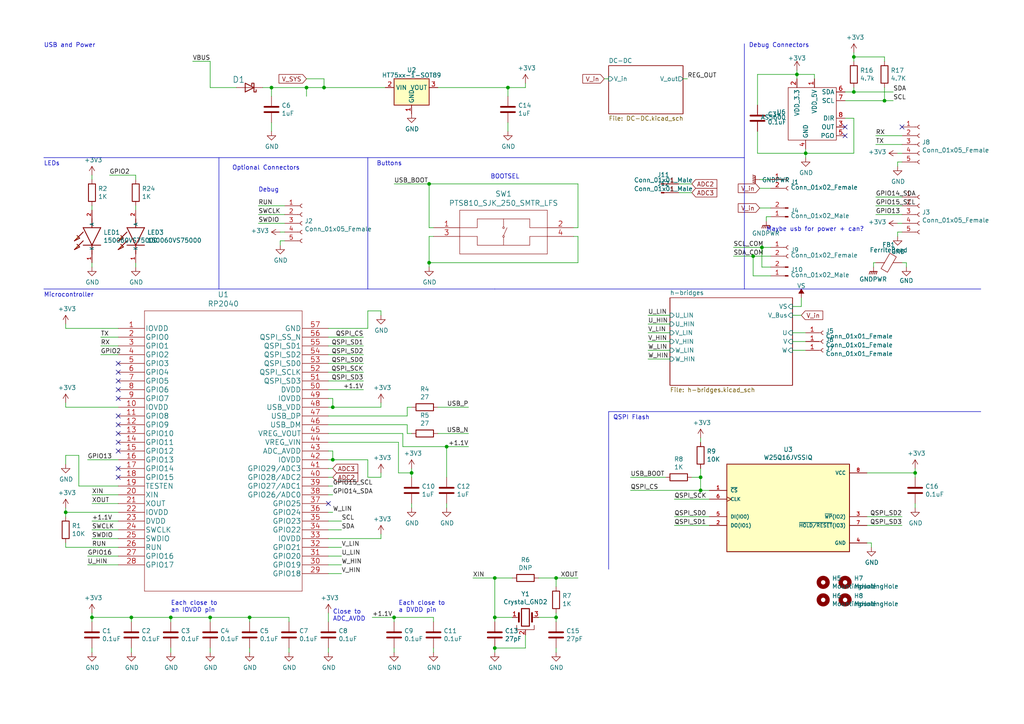
<source format=kicad_sch>
(kicad_sch (version 20220104) (generator eeschema)
  (paper "A4")
  (title_block (title "Raspberry Pi Pico Debugger Shoe") (date "2021-05-12") (rev "v02") (comment 2 "https://creativecommons.org/licenses/by/4.0/") (comment 3 "License: CC BY 4.0") (comment 4 "Author: Shawn Hymel"))
  (junction (at 72.39 179.07))
  (junction (at 231.14 21.59))
  (junction (at 147.32 25.4))
  (junction (at 78.74 25.4))
  (junction (at 203.2 138.43))
  (junction (at 19.05 148.59))
  (junction (at 96.52 133.35))
  (junction (at 161.29 179.07))
  (junction (at 256.54 29.21))
  (junction (at 129.54 129.54))
  (junction (at 96.52 118.11))
  (junction (at 161.29 167.64))
  (junction (at 26.67 179.07))
  (junction (at 57.15 -46.99))
  (junction (at 203.2 142.24))
  (junction (at 31.75 -15.24))
  (junction (at 119.38 137.16))
  (junction (at 143.51 167.64))
  (junction (at 49.53 -41.91))
  (junction (at 114.3 179.07))
  (junction (at 88.9 25.4))
  (junction (at 218.44 74.295))
  (junction (at 265.43 137.16))
  (junction (at 143.51 187.96))
  (junction (at 220.98 71.755))
  (junction (at 247.65 26.67))
  (junction (at 233.68 44.45))
  (junction (at 124.46 53.34))
  (junction (at 60.96 179.07))
  (junction (at 38.1 179.07))
  (junction (at 49.53 -36.83))
  (junction (at 124.46 76.2))
  (junction (at 143.51 179.07))
  (junction (at 49.53 179.07))
  (junction (at 247.65 16.51))
  (junction (at 93.98 25.4))
  (no_connect (at 34.29 138.43))
  (no_connect (at 34.29 135.89))
  (no_connect (at 34.29 130.81))
  (no_connect (at 34.29 113.03))
  (no_connect (at 34.29 128.27))
  (no_connect (at 34.29 125.73))
  (no_connect (at 34.29 123.19))
  (no_connect (at 34.29 120.65))
  (no_connect (at 34.29 115.57))
  (no_connect (at 34.29 107.95))
  (no_connect (at 34.29 110.49))
  (no_connect (at 95.25 146.05))
  (no_connect (at 46.99 -24.13))
  (no_connect (at 46.99 -26.67))
  (no_connect (at 34.29 105.41))
  (no_connect (at 245.11 36.83))
  (no_connect (at 245.11 39.37))
  (no_connect (at 261.62 36.83))
  (wire (pts (xy 236.22 21.59) (xy 236.22 22.86)))
  (wire (pts (xy 96.52 115.57) (xy 96.52 118.11)))
  (wire (pts (xy 110.49 156.21) (xy 110.49 154.94)))
  (wire (pts (xy 167.64 76.2) (xy 167.64 68.58)))
  (wire (pts (xy 72.39 179.07) (xy 60.96 179.07)))
  (wire (pts (xy 247.65 26.67) (xy 247.65 25.4)))
  (wire (pts (xy 129.54 129.54) (xy 135.89 129.54)))
  (wire (pts (xy 93.98 25.4) (xy 111.76 25.4)))
  (wire (pts (xy 229.87 96.52) (xy 233.68 96.52)))
  (wire (pts (xy 247.65 16.51) (xy 256.54 16.51)))
  (wire (pts (xy 29.21 100.33) (xy 34.29 100.33)))
  (wire (pts (xy 247.65 26.67) (xy 259.08 26.67)))
  (wire (pts (xy 247.65 15.24) (xy 247.65 16.51)))
  (wire (pts (xy 74.93 59.69) (xy 82.55 59.69)))
  (wire (pts (xy 88.9 25.4) (xy 93.98 25.4)))
  (wire (pts (xy 106.68 90.17) (xy 110.49 90.17)))
  (wire (pts (xy 49.53 -36.83) (xy 52.07 -36.83)))
  (polyline (pts (xy 215.9 12.7) (xy 215.9 83.82)))
  (wire (pts (xy 95.25 158.75) (xy 99.06 158.75)))
  (wire (pts (xy 114.3 180.34) (xy 114.3 179.07)))
  (wire (pts (xy 26.67 59.69) (xy 26.67 60.96)))
  (wire (pts (xy 60.96 187.96) (xy 60.96 189.23)))
  (wire (pts (xy 161.29 179.07) (xy 161.29 180.34)))
  (wire (pts (xy 219.71 44.45) (xy 233.68 44.45)))
  (wire (pts (xy 195.58 144.78) (xy 205.74 144.78)))
  (wire (pts (xy 96.52 130.81) (xy 96.52 133.35)))
  (wire (pts (xy 95.25 187.96) (xy 95.25 189.23)))
  (wire (pts (xy 187.96 91.44) (xy 194.31 91.44)))
  (wire (pts (xy 260.35 44.45) (xy 261.62 44.45)))
  (wire (pts (xy 247.65 44.45) (xy 247.65 34.29)))
  (wire (pts (xy 251.46 152.4) (xy 261.62 152.4)))
  (polyline (pts (xy 143.51 83.82) (xy 284.48 83.82)))
  (wire (pts (xy 81.28 67.31) (xy 82.55 67.31)))
  (wire (pts (xy 57.15 -49.53) (xy 55.88 -49.53)))
  (wire (pts (xy 26.67 76.2) (xy 26.67 77.47)))
  (polyline (pts (xy 12.7 45.72) (xy 215.9 45.72)))
  (wire (pts (xy 127 118.11) (xy 135.89 118.11)))
  (wire (pts (xy 46.99 -49.53) (xy 48.26 -49.53)))
  (wire (pts (xy 95.25 128.27) (xy 115.57 128.27)))
  (wire (pts (xy 95.25 105.41) (xy 105.41 105.41)))
  (wire (pts (xy 88.9 25.4) (xy 88.9 27.94)))
  (polyline (pts (xy 176.53 119.38) (xy 284.48 119.38)))
  (wire (pts (xy 39.37 76.2) (xy 39.37 77.47)))
  (wire (pts (xy 49.53 -34.29) (xy 49.53 -36.83)))
  (wire (pts (xy 265.43 146.05) (xy 265.43 147.32)))
  (wire (pts (xy 124.46 53.34) (xy 124.46 66.04)))
  (wire (pts (xy 143.51 187.96) (xy 143.51 189.23)))
  (wire (pts (xy 106.68 95.25) (xy 106.68 90.17)))
  (wire (pts (xy 147.32 25.4) (xy 147.32 27.94)))
  (wire (pts (xy 125.73 68.58) (xy 124.46 68.58)))
  (wire (pts (xy 222.25 62.865) (xy 223.52 62.865)))
  (wire (pts (xy 95.25 130.81) (xy 96.52 130.81)))
  (wire (pts (xy 198.12 22.86) (xy 199.39 22.86)))
  (wire (pts (xy 34.29 153.67) (xy 26.67 153.67)))
  (wire (pts (xy 218.44 74.295) (xy 223.52 74.295)))
  (wire (pts (xy 46.99 -39.37) (xy 49.53 -39.37)))
  (wire (pts (xy 125.73 180.34) (xy 125.73 179.07)))
  (wire (pts (xy 57.15 -46.99) (xy 57.15 -49.53)))
  (wire (pts (xy 161.29 167.64) (xy 161.29 170.18)))
  (wire (pts (xy 245.11 26.67) (xy 247.65 26.67)))
  (wire (pts (xy 19.05 132.08) (xy 19.05 134.62)))
  (wire (pts (xy 262.89 76.2) (xy 261.62 76.2)))
  (wire (pts (xy 95.25 153.67) (xy 99.06 153.67)))
  (wire (pts (xy 233.68 44.45) (xy 233.68 45.72)))
  (wire (pts (xy 96.52 133.35) (xy 106.68 133.35)))
  (wire (pts (xy 31.75 -15.24) (xy 31.75 -13.97)))
  (wire (pts (xy 254 59.69) (xy 261.62 59.69)))
  (wire (pts (xy 212.725 74.295) (xy 218.44 74.295)))
  (wire (pts (xy 260.35 64.77) (xy 261.62 64.77)))
  (wire (pts (xy 95.25 113.03) (xy 105.41 113.03)))
  (wire (pts (xy 125.73 187.96) (xy 125.73 189.23)))
  (wire (pts (xy 260.35 68.58) (xy 260.35 67.31)))
  (wire (pts (xy 166.37 66.04) (xy 167.64 66.04)))
  (wire (pts (xy 78.74 25.4) (xy 88.9 25.4)))
  (wire (pts (xy 19.05 158.75) (xy 19.05 157.48)))
  (wire (pts (xy 124.46 76.2) (xy 167.64 76.2)))
  (wire (pts (xy 245.11 29.21) (xy 256.54 29.21)))
  (wire (pts (xy 39.37 59.69) (xy 39.37 60.96)))
  (wire (pts (xy 219.71 21.59) (xy 231.14 21.59)))
  (wire (pts (xy 173.99 -20.32) (xy 176.53 -20.32)))
  (wire (pts (xy 19.05 158.75) (xy 34.29 158.75)))
  (wire (pts (xy 173.99 -10.16) (xy 176.53 -10.16)))
  (wire (pts (xy 182.88 142.24) (xy 203.2 142.24)))
  (wire (pts (xy 119.38 146.05) (xy 119.38 147.32)))
  (wire (pts (xy 256.54 29.21) (xy 256.54 25.4)))
  (wire (pts (xy 219.71 30.48) (xy 219.71 21.59)))
  (wire (pts (xy 49.53 180.34) (xy 49.53 179.07)))
  (wire (pts (xy 167.64 68.58) (xy 166.37 68.58)))
  (wire (pts (xy 152.4 25.4) (xy 152.4 24.13)))
  (wire (pts (xy 34.29 140.97) (xy 22.86 140.97)))
  (wire (pts (xy 46.99 -54.61) (xy 48.26 -54.61)))
  (wire (pts (xy 161.29 177.8) (xy 161.29 179.07)))
  (wire (pts (xy 231.14 20.32) (xy 231.14 21.59)))
  (wire (pts (xy 220.98 71.755) (xy 223.52 71.755)))
  (wire (pts (xy 229.87 99.06) (xy 233.68 99.06)))
  (wire (pts (xy 22.86 132.08) (xy 19.05 132.08)))
  (wire (pts (xy 148.59 179.07) (xy 143.51 179.07)))
  (wire (pts (xy 26.67 187.96) (xy 26.67 189.23)))
  (wire (pts (xy 39.37 52.07) (xy 39.37 50.8)))
  (wire (pts (xy 205.74 149.86) (xy 195.58 149.86)))
  (wire (pts (xy 118.11 125.73) (xy 119.38 125.73)))
  (wire (pts (xy 119.38 137.16) (xy 119.38 135.89)))
  (wire (pts (xy 72.39 180.34) (xy 72.39 179.07)))
  (wire (pts (xy 231.14 21.59) (xy 231.14 22.86)))
  (wire (pts (xy 231.14 21.59) (xy 236.22 21.59)))
  (wire (pts (xy 106.68 133.35) (xy 106.68 138.43)))
  (wire (pts (xy 212.725 71.755) (xy 220.98 71.755)))
  (wire (pts (xy 256.54 29.21) (xy 259.08 29.21)))
  (wire (pts (xy 25.4 163.83) (xy 34.29 163.83)))
  (wire (pts (xy 95.25 125.73) (xy 116.84 125.73)))
  (wire (pts (xy 219.71 38.1) (xy 219.71 44.45)))
  (wire (pts (xy 76.2 25.4) (xy 78.74 25.4)))
  (wire (pts (xy 251.46 157.48) (xy 252.73 157.48)))
  (wire (pts (xy 83.82 180.34) (xy 83.82 179.07)))
  (wire (pts (xy 232.41 88.9) (xy 232.41 86.36)))
  (wire (pts (xy 256.54 17.78) (xy 256.54 16.51)))
  (wire (pts (xy 95.25 163.83) (xy 99.06 163.83)))
  (wire (pts (xy 254 57.15) (xy 261.62 57.15)))
  (wire (pts (xy 114.3 187.96) (xy 114.3 189.23)))
  (wire (pts (xy 193.04 138.43) (xy 182.88 138.43)))
  (wire (pts (xy 96.52 140.97) (xy 95.25 140.97)))
  (wire (pts (xy 95.25 156.21) (xy 110.49 156.21)))
  (wire (pts (xy 96.52 138.43) (xy 95.25 138.43)))
  (wire (pts (xy 34.29 151.13) (xy 26.67 151.13)))
  (wire (pts (xy 46.99 -36.83) (xy 49.53 -36.83)))
  (wire (pts (xy 95.25 177.8) (xy 95.25 180.34)))
  (wire (pts (xy 233.68 44.45) (xy 247.65 44.45)))
  (wire (pts (xy 96.52 118.11) (xy 110.49 118.11)))
  (wire (pts (xy 253.365 76.2) (xy 254 76.2)))
  (wire (pts (xy 129.54 138.43) (xy 129.54 129.54)))
  (wire (pts (xy 187.96 104.14) (xy 194.31 104.14)))
  (wire (pts (xy 167.64 66.04) (xy 167.64 53.34)))
  (wire (pts (xy 147.32 35.56) (xy 147.32 38.1)))
  (wire (pts (xy 26.67 179.07) (xy 26.67 177.8)))
  (wire (pts (xy 38.1 180.34) (xy 38.1 179.07)))
  (wire (pts (xy 83.82 179.07) (xy 72.39 179.07)))
  (wire (pts (xy 233.68 43.18) (xy 233.68 44.45)))
  (wire (pts (xy 60.96 180.34) (xy 60.96 179.07)))
  (wire (pts (xy 254 62.23) (xy 261.62 62.23)))
  (wire (pts (xy 19.05 95.25) (xy 19.05 93.98)))
  (wire (pts (xy 38.1 187.96) (xy 38.1 189.23)))
  (wire (pts (xy 125.73 179.07) (xy 114.3 179.07)))
  (wire (pts (xy 24.13 -16.51) (xy 24.13 -15.24)))
  (wire (pts (xy 124.46 53.34) (xy 114.3 53.34)))
  (wire (pts (xy 203.2 127) (xy 203.2 128.27)))
  (wire (pts (xy 34.29 146.05) (xy 26.67 146.05)))
  (wire (pts (xy 49.53 -41.91) (xy 52.07 -41.91)))
  (wire (pts (xy 95.25 133.35) (xy 96.52 133.35)))
  (wire (pts (xy 152.4 184.15) (xy 152.4 187.96)))
  (wire (pts (xy 95.25 110.49) (xy 105.41 110.49)))
  (wire (pts (xy 46.99 -41.91) (xy 49.53 -41.91)))
  (wire (pts (xy 127 25.4) (xy 147.32 25.4)))
  (wire (pts (xy 49.53 179.07) (xy 38.1 179.07)))
  (wire (pts (xy 55.88 -46.99) (xy 57.15 -46.99)))
  (polyline (pts (xy 12.7 83.82) (xy 143.51 83.82)))
  (wire (pts (xy 82.55 64.77) (xy 74.93 64.77)))
  (wire (pts (xy 95.25 100.33) (xy 105.41 100.33)))
  (wire (pts (xy 220.345 60.325) (xy 223.52 60.325)))
  (wire (pts (xy 115.57 128.27) (xy 115.57 137.16)))
  (wire (pts (xy 107.95 179.07) (xy 114.3 179.07)))
  (wire (pts (xy 39.37 50.8) (xy 31.75 50.8)))
  (wire (pts (xy 124.46 68.58) (xy 124.46 76.2)))
  (polyline (pts (xy 63.5 45.72) (xy 63.5 83.82)))
  (wire (pts (xy 253.365 77.47) (xy 253.365 76.2)))
  (wire (pts (xy 93.98 25.4) (xy 93.98 22.86)))
  (wire (pts (xy 81.28 71.12) (xy 81.28 69.85)))
  (wire (pts (xy 19.05 149.86) (xy 19.05 148.59)))
  (wire (pts (xy 205.74 152.4) (xy 195.58 152.4)))
  (wire (pts (xy 95.25 107.95) (xy 105.41 107.95)))
  (wire (pts (xy 223.52 77.47) (xy 220.98 77.47)))
  (wire (pts (xy 147.32 25.4) (xy 152.4 25.4)))
  (wire (pts (xy 203.2 142.24) (xy 203.2 138.43)))
  (wire (pts (xy 222.25 64.135) (xy 222.25 62.865)))
  (wire (pts (xy 124.46 66.04) (xy 125.73 66.04)))
  (wire (pts (xy 156.21 167.64) (xy 161.29 167.64)))
  (wire (pts (xy 229.87 101.6) (xy 233.68 101.6)))
  (wire (pts (xy 83.82 187.96) (xy 83.82 189.23)))
  (wire (pts (xy 251.46 137.16) (xy 265.43 137.16)))
  (wire (pts (xy 115.57 137.16) (xy 119.38 137.16)))
  (wire (pts (xy 95.25 120.65) (xy 118.11 120.65)))
  (wire (pts (xy 196.85 55.88) (xy 200.66 55.88)))
  (wire (pts (xy 29.21 97.79) (xy 34.29 97.79)))
  (wire (pts (xy 167.64 53.34) (xy 124.46 53.34)))
  (wire (pts (xy 187.96 101.6) (xy 194.31 101.6)))
  (wire (pts (xy 26.67 50.8) (xy 26.67 52.07)))
  (wire (pts (xy 49.53 -41.91) (xy 49.53 -39.37)))
  (wire (pts (xy 110.49 90.17) (xy 110.49 91.44)))
  (wire (pts (xy 57.15 -45.72) (xy 57.15 -46.99)))
  (wire (pts (xy 218.44 74.295) (xy 218.44 80.01)))
  (wire (pts (xy 254 41.91) (xy 261.62 41.91)))
  (wire (pts (xy 119.38 137.16) (xy 119.38 138.43)))
  (wire (pts (xy 260.35 46.99) (xy 261.62 46.99)))
  (wire (pts (xy 187.96 96.52) (xy 194.31 96.52)))
  (wire (pts (xy 78.74 25.4) (xy 78.74 27.94)))
  (wire (pts (xy 95.25 115.57) (xy 96.52 115.57)))
  (wire (pts (xy 25.4 161.29) (xy 34.29 161.29)))
  (wire (pts (xy 60.96 17.78) (xy 60.96 25.4)))
  (wire (pts (xy 265.43 135.89) (xy 265.43 137.16)))
  (wire (pts (xy 254 39.37) (xy 261.62 39.37)))
  (wire (pts (xy 262.89 77.47) (xy 262.89 76.2)))
  (wire (pts (xy 260.35 67.31) (xy 261.62 67.31)))
  (wire (pts (xy 95.25 161.29) (xy 99.06 161.29)))
  (wire (pts (xy 116.84 125.73) (xy 116.84 129.54)))
  (wire (pts (xy 96.52 135.89) (xy 95.25 135.89)))
  (wire (pts (xy 124.46 76.2) (xy 124.46 77.47)))
  (wire (pts (xy 95.25 123.19) (xy 118.11 123.19)))
  (wire (pts (xy 265.43 137.16) (xy 265.43 138.43)))
  (wire (pts (xy 29.21 102.87) (xy 34.29 102.87)))
  (wire (pts (xy 157.48 -20.32) (xy 166.37 -20.32)))
  (wire (pts (xy 220.98 77.47) (xy 220.98 71.755)))
  (wire (pts (xy 82.55 62.23) (xy 74.93 62.23)))
  (wire (pts (xy 19.05 148.59) (xy 34.29 148.59)))
  (wire (pts (xy 252.73 157.48) (xy 252.73 158.75)))
  (wire (pts (xy 95.25 97.79) (xy 105.41 97.79)))
  (wire (pts (xy 247.65 34.29) (xy 245.11 34.29)))
  (wire (pts (xy 95.25 118.11) (xy 96.52 118.11)))
  (polyline (pts (xy 176.53 165.1) (xy 176.53 119.38)))
  (wire (pts (xy 229.87 91.44) (xy 232.41 91.44)))
  (wire (pts (xy 19.05 95.25) (xy 34.29 95.25)))
  (wire (pts (xy 60.96 25.4) (xy 68.58 25.4)))
  (wire (pts (xy 247.65 16.51) (xy 247.65 17.78)))
  (wire (pts (xy 116.84 129.54) (xy 129.54 129.54)))
  (wire (pts (xy 260.35 48.26) (xy 260.35 46.99)))
  (wire (pts (xy 78.74 35.56) (xy 78.74 38.1)))
  (wire (pts (xy 196.85 53.34) (xy 200.66 53.34)))
  (wire (pts (xy 143.51 179.07) (xy 143.51 167.64)))
  (wire (pts (xy 157.48 -10.16) (xy 166.37 -10.16)))
  (wire (pts (xy 19.05 147.32) (xy 19.05 148.59)))
  (polyline (pts (xy 106.68 45.72) (xy 106.68 83.82)))
  (wire (pts (xy 34.29 156.21) (xy 26.67 156.21)))
  (wire (pts (xy 118.11 123.19) (xy 118.11 125.73)))
  (wire (pts (xy 93.98 22.86) (xy 88.9 22.86)))
  (wire (pts (xy 175.26 22.86) (xy 176.53 22.86)))
  (wire (pts (xy 110.49 138.43) (xy 110.49 137.16)))
  (wire (pts (xy 156.21 179.07) (xy 161.29 179.07)))
  (wire (pts (xy 143.51 167.64) (xy 148.59 167.64)))
  (wire (pts (xy 24.13 -15.24) (xy 31.75 -15.24)))
  (wire (pts (xy 218.44 80.01) (xy 223.52 80.01)))
  (wire (pts (xy 95.25 95.25) (xy 106.68 95.25)))
  (wire (pts (xy 110.49 118.11) (xy 110.49 116.84)))
  (wire (pts (xy 118.11 118.11) (xy 119.38 118.11)))
  (wire (pts (xy 95.25 102.87) (xy 105.41 102.87)))
  (wire (pts (xy 251.46 149.86) (xy 261.62 149.86)))
  (wire (pts (xy 200.66 138.43) (xy 203.2 138.43)))
  (wire (pts (xy 106.68 138.43) (xy 110.49 138.43)))
  (wire (pts (xy 46.99 -34.29) (xy 49.53 -34.29)))
  (wire (pts (xy 95.25 166.37) (xy 99.06 166.37)))
  (wire (pts (xy 205.74 142.24) (xy 203.2 142.24)))
  (wire (pts (xy 96.52 143.51) (xy 95.25 143.51)))
  (wire (pts (xy 161.29 187.96) (xy 161.29 189.23)))
  (wire (pts (xy 38.1 179.07) (xy 26.67 179.07)))
  (wire (pts (xy 129.54 146.05) (xy 129.54 147.32)))
  (wire (pts (xy 22.86 140.97) (xy 22.86 132.08)))
  (wire (pts (xy 220.345 54.61) (xy 223.52 54.61)))
  (wire (pts (xy 72.39 187.96) (xy 72.39 189.23)))
  (wire (pts (xy 203.2 138.43) (xy 203.2 135.89)))
  (wire (pts (xy 60.96 179.07) (xy 49.53 179.07)))
  (wire (pts (xy 143.51 167.64) (xy 137.16 167.64)))
  (wire (pts (xy 81.28 69.85) (xy 82.55 69.85)))
  (wire (pts (xy 95.25 151.13) (xy 99.06 151.13)))
  (wire (pts (xy 95.25 148.59) (xy 96.52 148.59)))
  (wire (pts (xy 229.87 88.9) (xy 232.41 88.9)))
  (wire (pts (xy 19.05 118.11) (xy 19.05 116.84)))
  (wire (pts (xy 118.11 120.65) (xy 118.11 118.11)))
  (wire (pts (xy 60.96 17.78) (xy 55.88 17.78)))
  (wire (pts (xy 49.53 187.96) (xy 49.53 189.23)))
  (wire (pts (xy 26.67 179.07) (xy 26.67 180.34)))
  (wire (pts (xy 19.05 118.11) (xy 34.29 118.11)))
  (wire (pts (xy 187.96 93.98) (xy 194.31 93.98)))
  (wire (pts (xy 25.4 133.35) (xy 34.29 133.35)))
  (wire (pts (xy 143.51 180.34) (xy 143.51 179.07)))
  (wire (pts (xy 127 125.73) (xy 135.89 125.73)))
  (wire (pts (xy 220.345 52.07) (xy 223.52 52.07)))
  (wire (pts (xy 34.29 143.51) (xy 26.67 143.51)))
  (wire (pts (xy 152.4 187.96) (xy 143.51 187.96)))
  (wire (pts (xy 31.75 -16.51) (xy 31.75 -15.24)))
  (wire (pts (xy 161.29 167.64) (xy 167.64 167.64)))
  (wire (pts (xy 46.99 -46.99) (xy 48.26 -46.99)))
  (wire (pts (xy 187.96 99.06) (xy 194.31 99.06)))
  (text "Optional Connectors" (at 67.31 49.53 0) (effects (font (size 1.27 1.27)) (justify left bottom)))
  (text "USB and Power" (at 12.7 13.97 0) (effects (font (size 1.27 1.27)) (justify left bottom)))
  (text "Debug Connectors" (at 217.17 13.97 0) (effects (font (size 1.27 1.27)) (justify left bottom)))
  (text "QSPI Flash" (at 177.8 121.92 0) (effects (font (size 1.27 1.27)) (justify left bottom)))
  (text "Debug" (at 74.93 55.88 0) (effects (font (size 1.27 1.27)) (justify left bottom)))
  (text "Each close to\na DVDD pin" (at 115.57 177.8 0) (effects (font (size 1.27 1.27)) (justify left bottom)))
  (text "Buttons" (at 109.22 48.26 0) (effects (font (size 1.27 1.27)) (justify left bottom)))
  (text "LEDs" (at 12.7 48.26 0) (effects (font (size 1.27 1.27)) (justify left bottom)))
  (text "Each close to\nan IOVDD pin" (at 49.53 177.8 0) (effects (font (size 1.27 1.27)) (justify left bottom)))
  (text "Maybe usb for power + can?" (at 222.25 67.31 0) (effects (font (size 1.27 1.27)) (justify left bottom)))
  (text "Close to\nADC_AVDD" (at 96.52 180.34 0) (effects (font (size 1.27 1.27)) (justify left bottom)))
  (text "Microcontroller" (at 12.7 86.36 0) (effects (font (size 1.27 1.27)) (justify left bottom)))
  (text "BOOTSEL" (at 142.24 52.07 0) (effects (font (size 1.27 1.27)) (justify left bottom)))
  (label "USB_BOOT" (at 182.88 138.43 0))
  (label "RX" (at 29.21 100.33 0))
  (label "GPIO2" (at 29.21 102.87 0))
  (label "TX" (at 29.21 97.79 0))
  (label "SWDIO" (at 26.67 156.21 0))
  (label "REG_OUT" (at 199.39 22.86 0))
  (label "GPIO14_SDA" (at 96.52 143.51 0))
  (label "QSPI_SD3" (at 261.62 152.4 180))
  (label "XOUT" (at 26.67 146.05 0))
  (label "XIN" (at 137.16 167.64 0))
  (label "SWCLK" (at 74.93 62.23 0))
  (label "RX" (at 254 39.37 0))
  (label "QSPI_SD0" (at 195.58 149.86 0))
  (label "W_LIN" (at 187.96 101.6 0))
  (label "W_LIN" (at 96.52 148.59 0))
  (label "V_HIN" (at 99.06 166.37 0))
  (label "TX" (at 254 41.91 0))
  (label "SWCLK" (at 26.67 153.67 0))
  (label "SWDIO" (at 74.93 64.77 0))
  (label "SCL" (at 259.08 29.21 0))
  (label "VBUS" (at 48.26 -54.61 0))
  (label "RUN" (at 26.67 158.75 0))
  (label "QSPI_SD2" (at 261.62 149.86 180))
  (label "U_HIN" (at 187.96 93.98 0))
  (label "USB_P" (at 52.07 -36.83 0))
  (label "+1.1V" (at 105.41 113.03 180))
  (label "U_LIN" (at 187.96 91.44 0))
  (label "V_LIN" (at 99.06 158.75 0))
  (label "USB_N" (at 135.89 125.73 180))
  (label "XOUT" (at 167.64 167.64 180))
  (label "W_HIN" (at 99.06 163.83 0))
  (label "+1.1V" (at 107.95 179.07 0))
  (label "GPIO14_SDA" (at 254 57.15 0))
  (label "V_LIN" (at 187.96 96.52 0))
  (label "QSPI_SD0" (at 105.41 105.41 180))
  (label "QSPI_SD1" (at 195.58 152.4 0))
  (label "USB_P" (at 135.89 118.11 180))
  (label "SDA" (at 99.06 153.67 0))
  (label "GPIO2" (at 31.75 50.8 0))
  (label "SCL" (at 99.06 151.13 0))
  (label "REG_OUT" (at 157.48 -20.32 0))
  (label "SDA_COM" (at 212.725 74.295 0))
  (label "RUN" (at 74.93 59.69 0))
  (label "GPIO13" (at 254 62.23 0))
  (label "+1.1V" (at 135.89 129.54 180))
  (label "QSPI_SCK" (at 105.41 107.95 180))
  (label "QSPI_SCK" (at 195.58 144.78 0))
  (label "U_LIN" (at 99.06 161.29 0))
  (label "USB_BOOT" (at 114.3 53.34 0))
  (label "W_HIN" (at 187.96 104.14 0))
  (label "GPIO13" (at 25.4 133.35 0))
  (label "VBUS" (at 55.88 17.78 0))
  (label "SDA" (at 259.08 26.67 0))
  (label "V_HIN" (at 187.96 99.06 0))
  (label "GPIO15_SCL" (at 254 59.69 0))
  (label "GPIO16" (at 25.4 161.29 0))
  (label "REG_OUT" (at 157.48 -10.16 0))
  (label "XIN" (at 26.67 143.51 0))
  (label "QSPI_CS" (at 105.41 97.79 180))
  (label "GPIO15_SCL" (at 96.52 140.97 0))
  (label "QSPI_CS" (at 182.88 142.24 0))
  (label "QSPI_SD1" (at 105.41 100.33 180))
  (label "+1.1V" (at 26.67 151.13 0))
  (label "U_HIN" (at 25.4 163.83 0))
  (label "SCL_COM" (at 212.725 71.755 0))
  (label "QSPI_SD3" (at 105.41 110.49 180))
  (label "QSPI_SD2" (at 105.41 102.87 180))
  (label "USB_N" (at 52.07 -41.91 0))
  (global_label "ADC3" (shape input) (at 96.52 135.89 0) (property "Intersheetrefs" "${INTERSHEET_REFS}" (effects hide)))
  (global_label "ADC2" (shape input) (at 96.52 138.43 0) (property "Intersheetrefs" "${INTERSHEET_REFS}" (effects hide)))
  (global_label "V_in" (shape input) (at 220.345 60.325 180) (property "Intersheetrefs" "${INTERSHEET_REFS}" (effects hide)))
  (global_label "ADC2" (shape input) (at 200.66 53.34 0) (property "Intersheetrefs" "${INTERSHEET_REFS}" (effects hide)))
  (global_label "V_SYS" (shape input) (at 88.9 22.86 180) (property "Intersheetrefs" "${INTERSHEET_REFS}" (effects hide)))
  (global_label "V_SYS" (shape input) (at 176.53 -10.16 0) (property "Intersheetrefs" "${INTERSHEET_REFS}" (effects hide)))
  (global_label "V_in" (shape input) (at 220.345 54.61 180) (property "Intersheetrefs" "${INTERSHEET_REFS}" (effects hide)))
  (global_label "ADC3" (shape input) (at 200.66 55.88 0) (property "Intersheetrefs" "${INTERSHEET_REFS}" (effects hide)))
  (global_label "V_in" (shape input) (at 232.41 91.44 0) (property "Intersheetrefs" "${INTERSHEET_REFS}" (effects hide)))
  (global_label "V_in" (shape input) (at 175.26 22.86 180) (property "Intersheetrefs" "${INTERSHEET_REFS}" (effects hide)))
  (symbol (lib_id "rpi-pico-debugger-shoe-rescue:RP2040-2021-05-11_23-45-12") (at 34.29 95.25 0) (unit 1)
    (property "Reference" "U1" (at 64.77 85.4202 0) (effects (font (size 1.524 1.524))))
    (property "Value" "RP2040" (at 64.77 88.1126 0) (effects (font (size 1.524 1.524))))
    (property "Footprint" "rp2040:RP2040" (effects hide))
    (property "Digi-Key_PN" "TBD" (effects hide))
    (property "LCSC Part" "C2040" (effects hide))
  )
  (symbol (lib_id "rpi-pico-debugger-shoe-rescue:PTS810_SJK_250_SMTR_LFS-2021-05-12_02-12-02") (at 125.73 66.04 0) (unit 1)
    (property "Reference" "SW1" (at 146.05 56.2102 0) (effects (font (size 1.524 1.524))))
    (property "Value" "PTS810_SJK_250_SMTR_LFS" (at 146.05 58.9026 0) (effects (font (size 1.524 1.524))))
    (property "Footprint" "Button_Switch_SMD:SW_SPST_PTS810" (effects hide))
    (property "Digi-Key_PN" "CKN10503CT-ND" (effects hide))
    (property "LCSC Part" "C116501" (effects hide))
  )
  (symbol (lib_id "rpi-pico-debugger-shoe-rescue:W25Q16JVSSIQ-W25Q16JVSSIQ") (at 228.6 147.32 0) (unit 1)
    (property "Reference" "U3" (at 228.6 130.3782 0))
    (property "Value" "W25Q16JVSSIQ" (at 228.6 132.6896 0))
    (property "Footprint" "W25Q16JVSSIQ:SOIC127P790X216-8N" (effects hide))
    (property "PRICE" "None" (effects hide))
    (property "AVAILABILITY" "Unavailable" (effects hide))
    (property "MF" "Winbond Electronics" (effects hide))
    (property "MP" "W25Q16JVSSIQ" (effects hide))
    (property "PACKAGE" "SOIC-8 Winbond" (effects hide))
    (property "DESCRIPTION" "3v 16m-Bit Serial Flash Memory With Dual" (effects hide))
    (property "Digi-Key_PN" "256-W25Q16JVSSIM-ND" (effects hide))
    (property "LCSC Part" "C82317" (effects hide))
  )
  (symbol (lib_id "power:GND") (at 119.38 33.02 0) (unit 1)
    (property "Reference" "#PWR0101" (effects hide))
    (property "Value" "GND" (at 119.507 37.4142 0))
  )
  (symbol (lib_id "Device:C") (at 78.74 31.75 0) (unit 1)
    (property "Reference" "C6" (at 81.661 30.5816 0) (effects (justify left)))
    (property "Value" "1uF" (at 81.661 32.893 0) (effects (justify left)))
    (property "Footprint" "Capacitor_SMD:C_0603_1608Metric_Pad1.08x0.95mm_HandSolder" (effects hide))
    (property "Digi-Key_PN" "1276-6524-1-ND" (effects hide))
    (property "LCSC Part" "C15849" (effects hide))
  )
  (symbol (lib_id "Device:C") (at 147.32 31.75 0) (unit 1)
    (property "Reference" "C14" (at 150.241 30.5816 0) (effects (justify left)))
    (property "Value" "1uF" (at 150.241 32.893 0) (effects (justify left)))
    (property "Footprint" "Capacitor_SMD:C_0603_1608Metric_Pad1.08x0.95mm_HandSolder" (effects hide))
    (property "Digi-Key_PN" "1276-6524-1-ND" (effects hide))
    (property "LCSC" "C15849" (effects hide))
  )
  (symbol (lib_id "power:GND") (at 78.74 38.1 0) (unit 1)
    (property "Reference" "#PWR0102" (effects hide))
    (property "Value" "GND" (at 78.867 42.4942 0))
  )
  (symbol (lib_id "power:GND") (at 147.32 38.1 0) (unit 1)
    (property "Reference" "#PWR0103" (effects hide))
    (property "Value" "GND" (at 147.447 42.4942 0))
  )
  (symbol (lib_id "power:+3.3V") (at 152.4 24.13 0) (unit 1)
    (property "Reference" "#PWR0104" (effects hide))
    (property "Value" "+3.3V" (at 152.781 19.7358 0))
  )
  (symbol (lib_id "power:+3.3V") (at 19.05 93.98 0) (unit 1)
    (property "Reference" "#PWR0106" (effects hide))
    (property "Value" "+3.3V" (at 19.431 89.5858 0))
  )
  (symbol (lib_id "power:GND") (at 19.05 134.62 0) (unit 1)
    (property "Reference" "#PWR0107" (effects hide))
    (property "Value" "GND" (at 19.177 139.0142 0))
  )
  (symbol (lib_id "power:+3.3V") (at 19.05 147.32 0) (unit 1)
    (property "Reference" "#PWR0108" (effects hide))
    (property "Value" "+3.3V" (at 19.431 142.9258 0))
  )
  (symbol (lib_id "power:+3.3V") (at 19.05 116.84 0) (unit 1)
    (property "Reference" "#PWR0109" (effects hide))
    (property "Value" "+3.3V" (at 19.431 112.4458 0))
  )
  (symbol (lib_id "power:+3.3V") (at 110.49 154.94 0) (unit 1)
    (property "Reference" "#PWR0110" (effects hide))
    (property "Value" "+3.3V" (at 110.871 150.5458 0))
  )
  (symbol (lib_id "power:+3.3V") (at 110.49 137.16 0) (unit 1)
    (property "Reference" "#PWR0111" (effects hide))
    (property "Value" "+3.3V" (at 110.871 132.7658 0))
  )
  (symbol (lib_id "Device:R") (at 123.19 125.73 270) (unit 1)
    (property "Reference" "R5" (at 123.19 120.4722 90))
    (property "Value" "27" (at 123.19 122.7836 90))
    (property "Footprint" "Resistor_SMD:R_0603_1608Metric_Pad0.98x0.95mm_HandSolder" (effects hide))
    (property "Digi-Key_PN" "311-27.0HRCT-ND" (effects hide))
    (property "LCSC Part" "C25190" (effects hide))
  )
  (symbol (lib_id "Device:R") (at 123.19 118.11 270) (unit 1)
    (property "Reference" "R4" (at 123.19 112.8522 90))
    (property "Value" "27" (at 123.19 115.1636 90))
    (property "Footprint" "Resistor_SMD:R_0603_1608Metric_Pad0.98x0.95mm_HandSolder" (effects hide))
    (property "Digi-Key_PN" "311-27.0HRCT-ND" (effects hide))
    (property "LCSC Part" "C25190" (effects hide))
  )
  (symbol (lib_id "power:+3.3V") (at 110.49 116.84 0) (unit 1)
    (property "Reference" "#PWR0112" (effects hide))
    (property "Value" "+3.3V" (at 110.871 112.4458 0))
  )
  (symbol (lib_id "Device:C") (at 129.54 142.24 0) (unit 1)
    (property "Reference" "C12" (at 132.461 141.0716 0) (effects (justify left)))
    (property "Value" "1uF" (at 132.461 143.383 0) (effects (justify left)))
    (property "Footprint" "Capacitor_SMD:C_0603_1608Metric_Pad1.08x0.95mm_HandSolder" (effects hide))
    (property "Digi-Key_PN" "1276-6524-1-ND" (effects hide))
    (property "LCSC Part" "C15849" (effects hide))
  )
  (symbol (lib_id "power:GND") (at 129.54 147.32 0) (unit 1)
    (property "Reference" "#PWR0113" (effects hide))
    (property "Value" "GND" (at 129.667 151.7142 0))
  )
  (symbol (lib_id "Device:C") (at 119.38 142.24 0) (unit 1)
    (property "Reference" "C10" (at 122.301 141.0716 0) (effects (justify left)))
    (property "Value" "1uF" (at 122.301 143.383 0) (effects (justify left)))
    (property "Footprint" "Capacitor_SMD:C_0603_1608Metric_Pad1.08x0.95mm_HandSolder" (effects hide))
    (property "Digi-Key_PN" "1276-6524-1-ND" (effects hide))
    (property "LCSC Part" "C15849" (effects hide))
  )
  (symbol (lib_id "power:+3.3V") (at 119.38 135.89 0) (unit 1)
    (property "Reference" "#PWR0114" (effects hide))
    (property "Value" "+3.3V" (at 119.761 131.4958 0))
  )
  (symbol (lib_id "power:GND") (at 119.38 147.32 0) (unit 1)
    (property "Reference" "#PWR0115" (effects hide))
    (property "Value" "GND" (at 119.507 151.7142 0))
  )
  (symbol (lib_id "power:GND") (at 110.49 91.44 0) (unit 1)
    (property "Reference" "#PWR0116" (effects hide))
    (property "Value" "GND" (at 110.617 95.8342 0))
  )
  (symbol (lib_id "Device:C") (at 114.3 184.15 0) (unit 1)
    (property "Reference" "C9" (at 117.221 182.9816 0) (effects (justify left)))
    (property "Value" "0.1uF" (at 117.221 185.293 0) (effects (justify left)))
    (property "Footprint" "Capacitor_SMD:C_0603_1608Metric_Pad1.08x0.95mm_HandSolder" (effects hide))
    (property "Digi-Key_PN" "311-1344-1-ND" (effects hide))
    (property "LCSC Part" "C14663" (effects hide))
  )
  (symbol (lib_id "Device:C") (at 125.73 184.15 0) (unit 1)
    (property "Reference" "C11" (at 128.651 182.9816 0) (effects (justify left)))
    (property "Value" "0.1uF" (at 128.651 185.293 0) (effects (justify left)))
    (property "Footprint" "Capacitor_SMD:C_0603_1608Metric_Pad1.08x0.95mm_HandSolder" (effects hide))
    (property "Digi-Key_PN" "311-1344-1-ND" (effects hide))
    (property "LCSC Part" "C14663" (effects hide))
  )
  (symbol (lib_id "power:GND") (at 114.3 189.23 0) (unit 1)
    (property "Reference" "#PWR0129" (effects hide))
    (property "Value" "GND" (at 114.427 193.6242 0))
  )
  (symbol (lib_id "power:GND") (at 125.73 189.23 0) (unit 1)
    (property "Reference" "#PWR0128" (effects hide))
    (property "Value" "GND" (at 125.857 193.6242 0))
  )
  (symbol (lib_id "Device:C") (at 26.67 184.15 0) (unit 1)
    (property "Reference" "C1" (at 29.591 182.9816 0) (effects (justify left)))
    (property "Value" "0.1uF" (at 29.591 185.293 0) (effects (justify left)))
    (property "Footprint" "Capacitor_SMD:C_0603_1608Metric_Pad1.08x0.95mm_HandSolder" (effects hide))
    (property "Digi-Key_PN" "311-1344-1-ND" (effects hide))
    (property "LCSC Part" "C14663" (effects hide))
  )
  (symbol (lib_id "power:GND") (at 26.67 189.23 0) (unit 1)
    (property "Reference" "#PWR0127" (effects hide))
    (property "Value" "GND" (at 26.797 193.6242 0))
  )
  (symbol (lib_id "Device:C") (at 38.1 184.15 0) (unit 1)
    (property "Reference" "C2" (at 41.021 182.9816 0) (effects (justify left)))
    (property "Value" "0.1uF" (at 41.021 185.293 0) (effects (justify left)))
    (property "Footprint" "Capacitor_SMD:C_0603_1608Metric_Pad1.08x0.95mm_HandSolder" (effects hide))
    (property "Digi-Key_PN" "311-1344-1-ND" (effects hide))
    (property "LCSC Part" "C14663" (effects hide))
  )
  (symbol (lib_id "Device:C") (at 49.53 184.15 0) (unit 1)
    (property "Reference" "C3" (at 52.451 182.9816 0) (effects (justify left)))
    (property "Value" "0.1uF" (at 52.451 185.293 0) (effects (justify left)))
    (property "Footprint" "Capacitor_SMD:C_0603_1608Metric_Pad1.08x0.95mm_HandSolder" (effects hide))
    (property "Digi-Key_PN" "311-1344-1-ND" (effects hide))
    (property "LCSC Part" "C14663" (effects hide))
  )
  (symbol (lib_id "Device:C") (at 60.96 184.15 0) (unit 1)
    (property "Reference" "C4" (at 63.881 182.9816 0) (effects (justify left)))
    (property "Value" "0.1uF" (at 63.881 185.293 0) (effects (justify left)))
    (property "Footprint" "Capacitor_SMD:C_0603_1608Metric_Pad1.08x0.95mm_HandSolder" (effects hide))
    (property "Digi-Key_PN" "311-1344-1-ND" (effects hide))
    (property "LCSC part" "C14663" (effects hide))
  )
  (symbol (lib_id "Device:C") (at 72.39 184.15 0) (unit 1)
    (property "Reference" "C5" (at 75.311 182.9816 0) (effects (justify left)))
    (property "Value" "0.1uF" (at 75.311 185.293 0) (effects (justify left)))
    (property "Footprint" "Capacitor_SMD:C_0603_1608Metric_Pad1.08x0.95mm_HandSolder" (effects hide))
    (property "Digi-Key_PN" "311-1344-1-ND" (effects hide))
    (property "LCSC Part" "C14663" (effects hide))
  )
  (symbol (lib_id "Device:C") (at 83.82 184.15 0) (unit 1)
    (property "Reference" "C7" (at 86.741 182.9816 0) (effects (justify left)))
    (property "Value" "0.1uF" (at 86.741 185.293 0) (effects (justify left)))
    (property "Footprint" "Capacitor_SMD:C_0603_1608Metric_Pad1.08x0.95mm_HandSolder" (effects hide))
    (property "Digi-Key_PN" "311-1344-1-ND" (effects hide))
    (property "LCSC Part" "C14663" (effects hide))
  )
  (symbol (lib_id "power:GND") (at 38.1 189.23 0) (unit 1)
    (property "Reference" "#PWR0126" (effects hide))
    (property "Value" "GND" (at 38.227 193.6242 0))
  )
  (symbol (lib_id "power:GND") (at 49.53 189.23 0) (unit 1)
    (property "Reference" "#PWR0125" (effects hide))
    (property "Value" "GND" (at 49.657 193.6242 0))
  )
  (symbol (lib_id "power:GND") (at 60.96 189.23 0) (unit 1)
    (property "Reference" "#PWR0124" (effects hide))
    (property "Value" "GND" (at 61.087 193.6242 0))
  )
  (symbol (lib_id "power:GND") (at 72.39 189.23 0) (unit 1)
    (property "Reference" "#PWR0123" (effects hide))
    (property "Value" "GND" (at 72.517 193.6242 0))
  )
  (symbol (lib_id "power:GND") (at 83.82 189.23 0) (unit 1)
    (property "Reference" "#PWR0122" (effects hide))
    (property "Value" "GND" (at 83.947 193.6242 0))
  )
  (symbol (lib_id "power:+3.3V") (at 26.67 177.8 0) (unit 1)
    (property "Reference" "#PWR0121" (effects hide))
    (property "Value" "+3.3V" (at 27.051 173.4058 0))
  )
  (symbol (lib_id "Device:C") (at 95.25 184.15 0) (unit 1)
    (property "Reference" "C8" (at 98.171 182.9816 0) (effects (justify left)))
    (property "Value" "0.1uF" (at 98.171 185.293 0) (effects (justify left)))
    (property "Footprint" "Capacitor_SMD:C_0603_1608Metric_Pad1.08x0.95mm_HandSolder" (effects hide))
    (property "Digi-Key_PN" "311-1344-1-ND" (effects hide))
    (property "LCSC Part" "C14663" (effects hide))
  )
  (symbol (lib_id "power:GND") (at 95.25 189.23 0) (unit 1)
    (property "Reference" "#PWR0120" (effects hide))
    (property "Value" "GND" (at 95.377 193.6242 0))
  )
  (symbol (lib_id "power:+3.3V") (at 95.25 177.8 0) (unit 1)
    (property "Reference" "#PWR0119" (effects hide))
    (property "Value" "+3.3V" (at 95.631 173.4058 0))
  )
  (symbol (lib_id "Device:C") (at 143.51 184.15 0) (unit 1)
    (property "Reference" "C13" (at 146.431 182.9816 0) (effects (justify left)))
    (property "Value" "27pF" (at 146.431 185.293 0) (effects (justify left)))
    (property "Footprint" "Capacitor_SMD:C_0603_1608Metric_Pad1.08x0.95mm_HandSolder" (effects hide))
    (property "Digi-Key_PN" "311-1063-1-ND" (effects hide))
    (property "LCSC Part" "C1656" (effects hide))
  )
  (symbol (lib_id "Device:C") (at 161.29 184.15 0) (unit 1)
    (property "Reference" "C15" (at 164.211 182.9816 0) (effects (justify left)))
    (property "Value" "27pF" (at 164.211 185.293 0) (effects (justify left)))
    (property "Footprint" "Capacitor_SMD:C_0603_1608Metric_Pad1.08x0.95mm_HandSolder" (effects hide))
    (property "Digi-Key_PN" "311-1063-1-ND" (effects hide))
    (property "LCSC Part" "C1656" (effects hide))
  )
  (symbol (lib_id "Device:R") (at 161.29 173.99 0) (unit 1)
    (property "Reference" "R7" (at 163.068 172.8216 0) (effects (justify left)))
    (property "Value" "1K" (at 163.068 175.133 0) (effects (justify left)))
    (property "Footprint" "Resistor_SMD:R_0603_1608Metric_Pad0.98x0.95mm_HandSolder" (effects hide))
    (property "Digi-Key_PN" "311-1.00KHRCT-ND" (effects hide))
    (property "LCSC Part" "C21190" (effects hide))
  )
  (symbol (lib_id "Device:R") (at 152.4 167.64 270) (unit 1)
    (property "Reference" "R6" (at 152.4 162.3822 90))
    (property "Value" "DNP" (at 152.4 164.6936 90))
    (property "Footprint" "Resistor_SMD:R_0603_1608Metric_Pad0.98x0.95mm_HandSolder" (effects hide))
  )
  (symbol (lib_id "power:GND") (at 143.51 189.23 0) (unit 1)
    (property "Reference" "#PWR0117" (effects hide))
    (property "Value" "GND" (at 143.637 193.6242 0))
  )
  (symbol (lib_id "power:GND") (at 161.29 189.23 0) (unit 1)
    (property "Reference" "#PWR0118" (effects hide))
    (property "Value" "GND" (at 161.417 193.6242 0))
  )
  (symbol (lib_id "Device:C") (at 265.43 142.24 0) (unit 1)
    (property "Reference" "C16" (at 268.351 141.0716 0) (effects (justify left)))
    (property "Value" "0.1uF" (at 268.351 143.383 0) (effects (justify left)))
    (property "Footprint" "Capacitor_SMD:C_0603_1608Metric_Pad1.08x0.95mm_HandSolder" (effects hide))
    (property "Digi-Key_PN" "311-1344-1-ND" (effects hide))
    (property "LCSC Part" "C14663" (effects hide))
  )
  (symbol (lib_id "Device:R") (at 203.2 132.08 0) (unit 1)
    (property "Reference" "R9" (at 204.978 130.9116 0) (effects (justify left)))
    (property "Value" "10K" (at 204.978 133.223 0) (effects (justify left)))
    (property "Footprint" "Resistor_SMD:R_0603_1608Metric_Pad0.98x0.95mm_HandSolder" (effects hide))
    (property "Digi-Key_PN" "311-10KGRCT-ND" (effects hide))
    (property "LCSC Part" "C25804" (effects hide))
  )
  (symbol (lib_id "Device:R") (at 196.85 138.43 270) (unit 1)
    (property "Reference" "R8" (at 196.85 133.1722 90))
    (property "Value" "1K" (at 196.85 135.4836 90))
    (property "Footprint" "Resistor_SMD:R_0603_1608Metric_Pad0.98x0.95mm_HandSolder" (effects hide))
    (property "Digi-Key_PN" "311-1.00KHRCT-ND" (effects hide))
    (property "LCSC Part" "C21190" (effects hide))
  )
  (symbol (lib_id "power:+3.3V") (at 203.2 127 0) (unit 1)
    (property "Reference" "#PWR0130" (effects hide))
    (property "Value" "+3.3V" (at 203.581 122.6058 0))
  )
  (symbol (lib_id "power:GND") (at 265.43 147.32 0) (unit 1)
    (property "Reference" "#PWR0131" (effects hide))
    (property "Value" "GND" (at 265.557 151.7142 0))
  )
  (symbol (lib_id "power:GND") (at 252.73 158.75 0) (unit 1)
    (property "Reference" "#PWR0132" (effects hide))
    (property "Value" "GND" (at 252.857 163.1442 0))
  )
  (symbol (lib_id "power:+3.3V") (at 265.43 135.89 0) (unit 1)
    (property "Reference" "#PWR0133" (effects hide))
    (property "Value" "+3.3V" (at 265.811 131.4958 0))
  )
  (symbol (lib_id "power:GND") (at 124.46 77.47 0) (unit 1)
    (property "Reference" "#PWR0134" (effects hide))
    (property "Value" "GND" (at 124.587 81.8642 0))
  )
  (symbol (lib_id "Device:R") (at 19.05 153.67 0) (unit 1)
    (property "Reference" "R1" (at 20.828 152.5016 0) (effects (justify left)))
    (property "Value" "10K" (at 20.828 154.813 0) (effects (justify left)))
    (property "Footprint" "Resistor_SMD:R_0603_1608Metric_Pad0.98x0.95mm_HandSolder" (effects hide))
    (property "Digi-Key_PN" "311-10KGRCT-ND" (effects hide))
    (property "LCSC Part" "C25804" (effects hide))
  )
  (symbol (lib_id "Connector:USB_C_Receptacle_USB2.0") (at 31.75 -39.37 0) (unit 1)
    (property "Reference" "J14" (at 34.4678 -61.3918 0))
    (property "Value" "USB_C_Receptacle_USB2.0" (at 34.4678 -59.0804 0))
    (property "Footprint" "Connector_USB:USB_C_Receptacle_XKB_U262-16XN-4BVC11" (effects hide))
    (property "Datasheet" "https://www.usb.org/sites/default/files/documents/usb_type-c.zip" (effects hide))
    (property "LCSC Part" "C167321" (effects hide))
  )
  (symbol (lib_id "Device:R") (at 52.07 -49.53 270) (unit 1)
    (property "Reference" "R19" (at 52.07 -54.7878 90))
    (property "Value" "5.1k" (at 52.07 -52.4764 90))
    (property "Footprint" "Resistor_SMD:R_0603_1608Metric" (effects hide))
    (property "LCSC Part" "C23186" (effects hide))
  )
  (symbol (lib_id "power:GND") (at 31.75 -13.97 0) (unit 1)
    (property "Reference" "#PWR0147" (effects hide))
    (property "Value" "GND" (at 31.877 -9.5758 0))
  )
  (symbol (lib_id "Device:R") (at 52.07 -46.99 270) (unit 1)
    (property "Reference" "R20" (at 52.07 -52.2478 90))
    (property "Value" "5.1k" (at 52.07 -49.9364 90))
    (property "Footprint" "Resistor_SMD:R_0603_1608Metric" (effects hide))
    (property "LCSC Part" "C23186" (effects hide))
  )
  (symbol (lib_id "power:GND") (at 57.15 -45.72 0) (unit 1)
    (property "Reference" "#PWR0155" (effects hide))
    (property "Value" "GND" (at 57.277 -41.3258 0))
  )
  (symbol (lib_id "power:GND") (at 260.35 68.58 0) (unit 1)
    (property "Reference" "#PWR0154" (effects hide))
    (property "Value" "GND" (at 260.477 72.9742 0))
  )
  (symbol (lib_id "Mechanical:MountingHole") (at 238.76 168.91 0) (unit 1)
    (property "Reference" "H5" (at 241.3 167.7416 0) (effects (justify left)))
    (property "Value" "MountingHole" (at 241.3 170.053 0) (effects (justify left)))
    (property "Footprint" "MountingHole:MountingHole_3.2mm_M3" (effects hide))
  )
  (symbol (lib_id "Mechanical:MountingHole") (at 245.11 168.91 0) (unit 1)
    (property "Reference" "H7" (at 247.65 167.7416 0) (effects (justify left)))
    (property "Value" "MountingHole" (at 247.65 170.053 0) (effects (justify left)))
    (property "Footprint" "MountingHole:MountingHole_3.2mm_M3" (effects hide))
  )
  (symbol (lib_id "Mechanical:MountingHole") (at 238.76 173.99 0) (unit 1)
    (property "Reference" "H6" (at 241.3 172.8216 0) (effects (justify left)))
    (property "Value" "MountingHole" (at 241.3 175.133 0) (effects (justify left)))
    (property "Footprint" "MountingHole:MountingHole_3.2mm_M3" (effects hide))
  )
  (symbol (lib_id "Mechanical:MountingHole") (at 245.11 173.99 0) (unit 1)
    (property "Reference" "H8" (at 247.65 172.8216 0) (effects (justify left)))
    (property "Value" "MountingHole" (at 247.65 175.133 0) (effects (justify left)))
    (property "Footprint" "MountingHole:MountingHole_3.2mm_M3" (effects hide))
  )
  (symbol (lib_id "power:+3.3V") (at 260.35 64.77 90) (unit 1)
    (property "Reference" "#PWR0156" (effects hide))
    (property "Value" "+3.3V" (at 257.0988 64.389 90) (effects (justify left)))
  )
  (symbol (lib_id "Device:Crystal_GND2") (at 152.4 179.07 0) (unit 1)
    (property "Reference" "Y1" (at 152.4 172.2628 0))
    (property "Value" "Crystal_GND2" (at 152.4 174.5742 0))
    (property "Footprint" "Crystal:Crystal_SMD_3225-4Pin_3.2x2.5mm" (effects hide))
    (property "LCSC Part" "C9002" (effects hide))
  )
  (symbol (lib_id "Jumper:SolderJumper_2_Bridged") (at 170.18 -10.16 180) (unit 1)
    (property "Reference" "JP3" (at 170.18 -4.953 0))
    (property "Value" "SolderJumper_2_Bridged" (at 170.18 -7.2644 0))
    (property "Footprint" "Jumper:SolderJumper-2_P1.3mm_Bridged_RoundedPad1.0x1.5mm" (effects hide))
  )
  (symbol (lib_id "power:+3.3V") (at 81.28 67.31 90) (unit 1)
    (property "Reference" "#PWR0159" (effects hide))
    (property "Value" "+3.3V" (at 78.0288 66.929 90) (effects (justify left)))
  )
  (symbol (lib_id "power:VS") (at 232.41 86.36 0) (unit 1)
    (property "Reference" "#PWR0166" (effects hide))
    (property "Value" "VS" (at 232.41 82.9056 0))
  )
  (symbol (lib_id "power:+3.3V") (at 247.65 15.24 0) (unit 1)
    (property "Reference" "#PWR0171" (effects hide))
    (property "Value" "+3.3V" (at 248.031 10.8458 0))
  )
  (symbol (lib_id "Device:R") (at 247.65 21.59 0) (unit 1)
    (property "Reference" "R16" (at 249.428 20.4216 0) (effects (justify left)))
    (property "Value" "4.7k" (at 249.428 22.733 0) (effects (justify left)))
    (property "Footprint" "Resistor_SMD:R_0603_1608Metric_Pad0.98x0.95mm_HandSolder" (effects hide))
    (property "LCSC Part" "C23162" (effects hide))
  )
  (symbol (lib_id "Jumper:SolderJumper_2_Bridged") (at 170.18 -20.32 180) (unit 1)
    (property "Reference" "JP1" (at 170.18 -15.113 0))
    (property "Value" "SolderJumper_2_Bridged" (at 170.18 -17.4244 0))
    (property "Footprint" "Jumper:SolderJumper-2_P1.3mm_Bridged_RoundedPad1.0x1.5mm" (effects hide))
  )
  (symbol (lib_id "Connector:Conn_01x01_Female") (at 238.76 101.6 0) (unit 1)
    (property "Reference" "J7" (at 239.4712 101.0793 0) (effects (justify left)))
    (property "Value" "Conn_01x01_Female" (at 239.4712 102.6033 0) (effects (justify left)))
    (property "Footprint" "Connector_Pin:Pin_D1.4mm_L8.5mm_W2.8mm_FlatFork" (effects hide))
  )
  (symbol (lib_id "Connector:Conn_01x01_Female") (at 238.76 99.06 0) (unit 1)
    (property "Reference" "J6" (at 239.4712 98.5393 0) (effects (justify left)))
    (property "Value" "Conn_01x01_Female" (at 239.4712 100.0633 0) (effects (justify left)))
    (property "Footprint" "Connector_Pin:Pin_D1.4mm_L8.5mm_W2.8mm_FlatFork" (effects hide))
  )
  (symbol (lib_id "Device:FerriteBead") (at 257.81 76.2 90) (unit 1)
    (property "Reference" "FB1" (at 257.7592 70.993 90))
    (property "Value" "FerriteBead" (at 257.7592 72.517 90))
    (property "Footprint" "Resistor_SMD:R_0603_1608Metric" (effects hide))
    (property "LCSC Part" "C1002" (effects hide))
  )
  (symbol (lib_id "Device:R") (at 39.37 55.88 0) (unit 1)
    (property "Reference" "R24" (at 41.148 54.7116 0) (effects (justify left)))
    (property "Value" "1K" (at 41.148 57.023 0) (effects (justify left)))
    (property "Footprint" "Resistor_SMD:R_0603_1608Metric" (effects hide))
    (property "Digi-Key_PN" "311-1.00KHRCT-ND" (effects hide))
    (property "LCSC Part" "C21190" (effects hide))
  )
  (symbol (lib_id "my_parts:AS5600") (at 233.68 33.02 0) (unit 1)
    (property "Reference" "U6" (at 227.965 32.4993 0) (effects (justify right)))
    (property "Value" "AS5600" (at 227.965 34.0233 0) (effects (justify right)))
    (property "Footprint" "Package_SO:SOIC-8_3.9x4.9mm_P1.27mm" (effects hide))
  )
  (symbol (lib_id "power:GNDPWR") (at 222.25 64.135 0) (unit 1)
    (property "Reference" "#PWR0135" (effects hide))
    (property "Value" "GNDPWR" (at 222.123 67.6656 0))
  )
  (symbol (lib_id "Connector:Conn_01x01_Female") (at 238.76 96.52 0) (unit 1)
    (property "Reference" "J5" (at 239.4712 95.9993 0) (effects (justify left)))
    (property "Value" "Conn_01x01_Female" (at 239.4712 97.5233 0) (effects (justify left)))
    (property "Footprint" "Connector_Pin:Pin_D1.4mm_L8.5mm_W2.8mm_FlatFork" (effects hide))
  )
  (symbol (lib_id "Connector:Conn_01x01_Male") (at 191.77 53.34 0) (unit 1)
    (property "Reference" "J11" (at 192.405 50.6984 0))
    (property "Value" "Conn_01x01_Male" (at 192.405 52.2224 0))
    (property "Footprint" "TestPoint:TestPoint_Pad_1.0x1.0mm" (effects hide))
  )
  (symbol (lib_id "Connector:Conn_01x05_Female") (at 266.7 62.23 0) (unit 1)
    (property "Reference" "J3" (at 267.4112 61.5696 0) (effects (justify left)))
    (property "Value" "Conn_01x05_Female" (at 267.4112 63.881 0) (effects (justify left)))
    (property "Footprint" "Connector_JST:JST_SH_SM05B-SRSS-TB_1x05-1MP_P1.00mm_Horizontal" (effects hide))
    (property "LCSC Part" "C145957" (effects hide))
  )
  (symbol (lib_id "power:GNDPWR") (at 253.365 77.47 0) (unit 1)
    (property "Reference" "#PWR0143" (effects hide))
    (property "Value" "GNDPWR" (at 253.238 81.0006 0))
  )
  (symbol (lib_id "power:GND") (at 260.35 48.26 0) (unit 1)
    (property "Reference" "#PWR0168" (effects hide))
    (property "Value" "GND" (at 260.477 52.6542 0))
  )
  (symbol (lib_id "Connector:Conn_01x05_Female") (at 266.7 41.91 0) (unit 1)
    (property "Reference" "J8" (at 267.4112 41.2496 0) (effects (justify left)))
    (property "Value" "Conn_01x05_Female" (at 267.4112 43.561 0) (effects (justify left)))
    (property "Footprint" "Connector_JST:JST_SH_SM05B-SRSS-TB_1x05-1MP_P1.00mm_Horizontal" (effects hide))
    (property "LCSC Part" "C145957" (effects hide))
  )
  (symbol (lib_id "power:GND") (at 262.89 77.47 0) (unit 1)
    (property "Reference" "#PWR0149" (effects hide))
    (property "Value" "GND" (at 262.89 81.407 0))
  )
  (symbol (lib_id "power:+3.3V") (at 260.35 44.45 90) (unit 1)
    (property "Reference" "#PWR0160" (effects hide))
    (property "Value" "+3.3V" (at 257.0988 44.069 90) (effects (justify left)))
  )
  (symbol (lib_id "Device:C") (at 219.71 34.29 0) (unit 1)
    (property "Reference" "C34" (at 222.631 33.1216 0) (effects (justify left)))
    (property "Value" "0.1uF" (at 222.631 35.433 0) (effects (justify left)))
    (property "Footprint" "Capacitor_SMD:C_0603_1608Metric_Pad1.08x0.95mm_HandSolder" (effects hide))
    (property "Digi-Key_PN" "311-1344-1-ND" (effects hide))
    (property "LCSC Part" "C14663" (effects hide))
  )
  (symbol (lib_id "Connector:Conn_01x02_Female") (at 228.6 71.755 0) (unit 1)
    (property "Reference" "J9" (at 229.3112 72.5043 0) (effects (justify left)))
    (property "Value" "Conn_01x02_Female" (at 229.3112 74.0283 0) (effects (justify left)))
  )
  (symbol (lib_id "Connector:Conn_01x01_Male") (at 191.77 55.88 0) (unit 1)
    (property "Reference" "J12" (at 192.405 53.2384 0))
    (property "Value" "Conn_01x01_Male" (at 192.405 54.7624 0))
    (property "Footprint" "TestPoint:TestPoint_Pad_1.0x1.0mm" (effects hide))
  )
  (symbol (lib_id "power:+3.3V") (at 26.67 50.8 0) (unit 1)
    (property "Reference" "#PWR0179" (effects hide))
    (property "Value" "+3.3V" (at 27.051 46.4058 0))
  )
  (symbol (lib_id "power:GND") (at 26.67 77.47 0) (unit 1)
    (property "Reference" "#PWR0177" (effects hide))
    (property "Value" "GND" (at 26.797 81.8642 0))
  )
  (symbol (lib_id "Connector:Conn_01x02_Male") (at 228.6 80.01 180) (unit 1)
    (property "Reference" "J10" (at 229.3112 78.2193 0) (effects (justify right)))
    (property "Value" "Conn_01x02_Male" (at 229.3112 79.7433 0) (effects (justify right)))
  )
  (symbol (lib_id "Diode:MBR340") (at 72.39 25.4 180) (unit 1)
    (property "Reference" "D1" (at 71.12 22.0726 0) (effects (font (size 1.778 1.778)) (justify left bottom)))
    (property "Value" "B5819W SL" (effects hide))
    (property "Footprint" "Diode_SMD:D_SOD-123" (effects hide))
    (property "Datasheet" "http://www.onsemi.com/pub_link/Collateral/MBR340-D.PDF" (effects hide))
    (property "LCSC" "C8598" (effects hide))
  )
  (symbol (lib_id "Connector:Conn_01x02_Female") (at 228.6 52.07 0) (unit 1)
    (property "Reference" "J1" (at 229.3112 52.8193 0) (effects (justify left)))
    (property "Value" "Conn_01x02_Female" (at 229.3112 54.3433 0) (effects (justify left)))
    (property "Footprint" "Connector_AMASS:AMASS_XT30PW-F_1x02_P2.50mm_Horizontal" (effects hide))
  )
  (symbol (lib_id "power:GND") (at 233.68 45.72 0) (unit 1)
    (property "Reference" "#PWR0169" (effects hide))
    (property "Value" "GND" (at 233.807 50.1142 0))
  )
  (symbol (lib_id "power:GNDPWR") (at 220.345 52.07 270) (unit 1)
    (property "Reference" "#PWR0137" (effects hide))
    (property "Value" "GNDPWR" (at 220.98 52.1843 90) (effects (justify left)))
  )
  (symbol (lib_id "Device:R") (at 256.54 21.59 0) (unit 1)
    (property "Reference" "R17" (at 258.318 20.4216 0) (effects (justify left)))
    (property "Value" "4.7K" (at 258.318 22.733 0) (effects (justify left)))
    (property "Footprint" "Resistor_SMD:R_0603_1608Metric_Pad0.98x0.95mm_HandSolder" (effects hide))
    (property "LCSC Part" "C23162" (effects hide))
  )
  (symbol (lib_id "Regulator_Linear:HT75xx-1-SOT89") (at 119.38 27.94 0) (unit 1)
    (property "Reference" "U2" (at 119.38 20.2946 0))
    (property "Value" "HT75xx-1-SOT89" (at 119.38 21.8186 0))
    (property "Footprint" "Package_TO_SOT_SMD:SOT-89-3" (effects hide))
    (property "Datasheet" "https://www.holtek.com/documents/10179/116711/HT75xx-1v250.pdf" (effects hide))
    (property "LCSC Part" "C14289" (effects hide))
  )
  (symbol (lib_id "Connector:Conn_01x02_Male") (at 228.6 62.865 180) (unit 1)
    (property "Reference" "J4" (at 229.3112 61.0743 0) (effects (justify right)))
    (property "Value" "Conn_01x02_Male" (at 229.3112 62.5983 0) (effects (justify right)))
    (property "Footprint" "Connector_AMASS:AMASS_XT30PW-M_1x02_P2.50mm_Horizontal" (effects hide))
  )
  (symbol (lib_id "power:GND") (at 81.28 71.12 0) (unit 1)
    (property "Reference" "#PWR0136" (effects hide))
    (property "Value" "GND" (at 81.407 75.5142 0))
  )
  (symbol (lib_id "Device:R") (at 26.67 55.88 0) (unit 1)
    (property "Reference" "R2" (at 28.448 54.7116 0) (effects (justify left)))
    (property "Value" "1K" (at 28.448 57.023 0) (effects (justify left)))
    (property "Footprint" "Resistor_SMD:R_0603_1608Metric" (effects hide))
    (property "Digi-Key_PN" "311-1.00KHRCT-ND" (effects hide))
    (property "LCSC Part" "C21190" (effects hide))
  )
  (symbol (lib_id "Connector:Conn_01x05_Female") (at 87.63 64.77 0) (unit 1)
    (property "Reference" "J2" (at 88.3412 64.1096 0) (effects (justify left)))
    (property "Value" "Conn_01x05_Female" (at 88.3412 66.421 0) (effects (justify left)))
    (property "Footprint" "Connector_JST:JST_SH_SM05B-SRSS-TB_1x05-1MP_P1.00mm_Horizontal" (effects hide))
    (property "LCSC Part" "C145957" (effects hide))
  )
  (symbol (lib_id "rpi-pico-debugger-shoe-rescue:150060VS75000-150060VS75000") (at 39.37 76.2 90) (unit 1)
    (property "Reference" "LED3" (at 42.672 67.4116 90) (effects (justify right)))
    (property "Value" "150060VS75000" (at 42.672 69.723 90) (effects (justify right)))
    (property "Footprint" "LED_SMD:LED_0805_2012Metric_Castellated" (effects hide))
    (property "MOUSER_PART_NUMBER" "710-150060VS75000" (effects hide))
    (property "DESCRIPTION" "LED,Wurth Elektronik,150060VS75000 Wurth Elektronik 150060VS75000, WL-SMCW Series Green LED, 570 nm, 1608 (0603) Clear, Rectangle Lens SMD Package" (effects hide))
    (property "MOUSER_PRICE-STOCK" "https://www.mouser.com/Search/Refine.aspx?Keyword=710-150060VS75000" (effects hide))
    (property "RS_PART_NUMBER" "8154215P" (effects hide))
    (property "HEIGHT" "0.8mm" (effects hide))
    (property "RS_PRICE-STOCK" "http://uk.rs-online.com/web/p/products/8154215P" (effects hide))
    (property "MANUFACTURER_NAME" "Wurth Elektronik" (effects hide))
    (property "MANUFACTURER_PART_NUMBER" "150060VS75000" (effects hide))
    (property "Digi-Key_PN" "732-4980-1-ND" (effects hide))
    (property "LCSC Part" "C2293" (effects hide))
  )
  (symbol (lib_id "power:+3.3V") (at 231.14 20.32 0) (unit 1)
    (property "Reference" "#PWR0170" (effects hide))
    (property "Value" "+3.3V" (at 231.14 16.8656 0))
  )
  (symbol (lib_id "power:VS") (at 176.53 -20.32 270) (unit 1)
    (property "Reference" "#PWR0167" (effects hide))
    (property "Value" "VS" (at 179.705 -20.0787 90) (effects (justify left)))
  )
  (symbol (lib_id "power:GND") (at 39.37 77.47 0) (unit 1)
    (property "Reference" "#PWR0105" (effects hide))
    (property "Value" "GND" (at 39.497 81.8642 0))
  )
  (symbol (lib_id "rpi-pico-debugger-shoe-rescue:150060VS75000-150060VS75000") (at 26.67 76.2 90) (unit 1)
    (property "Reference" "LED1" (at 29.972 67.4116 90) (effects (justify right)))
    (property "Value" "150060VS75000" (at 29.972 69.723 90) (effects (justify right)))
    (property "Footprint" "LED_SMD:LED_0805_2012Metric" (effects hide))
    (property "MOUSER_PART_NUMBER" "710-150060VS75000" (effects hide))
    (property "DESCRIPTION" "LED,Wurth Elektronik,150060VS75000 Wurth Elektronik 150060VS75000, WL-SMCW Series Green LED, 570 nm, 1608 (0603) Clear, Rectangle Lens SMD Package" (effects hide))
    (property "MOUSER_PRICE-STOCK" "https://www.mouser.com/Search/Refine.aspx?Keyword=710-150060VS75000" (effects hide))
    (property "RS_PART_NUMBER" "8154215P" (effects hide))
    (property "HEIGHT" "0.8mm" (effects hide))
    (property "RS_PRICE-STOCK" "http://uk.rs-online.com/web/p/products/8154215P" (effects hide))
    (property "MANUFACTURER_NAME" "Wurth Elektronik" (effects hide))
    (property "MANUFACTURER_PART_NUMBER" "150060VS75000" (effects hide))
    (property "Digi-Key_PN" "732-4980-1-ND" (effects hide))
    (property "LCSC Part" "C2293" (effects hide))
  )
  (sheet (at 176.53 19.05) (size 21.59 13.97)
    (property "Sheetname" "DC-DC" (at 176.53 18.3384 0) (effects (justify left bottom)))
    (property "Sheetfile" "DC-DC.kicad_sch" (at 176.53 33.6046 0) (effects (justify left top)))
    (pin "V_in" input (at 176.53 22.86 180))
    (pin "V_out" output (at 198.12 22.86 0))
  )
  (sheet (at 194.31 86.36) (size 35.56 25.4) (stroke (width 0.1524))
    (property "Sheetname" "h-bridges" (at 194.31 85.6484 0) (effects (justify left bottom)))
    (property "Sheetfile" "h-bridges.kicad_sch" (at 194.31 112.3446 0) (effects (justify left top)))
    (pin "U_LIN" input (at 194.31 91.44 180))
    (pin "U_HIN" input (at 194.31 93.98 180))
    (pin "U" input (at 229.87 96.52 0))
    (pin "W" input (at 229.87 101.6 0))
    (pin "V" input (at 229.87 99.06 0))
    (pin "W_HIN" input (at 194.31 104.14 180))
    (pin "V_HIN" input (at 194.31 99.06 180))
    (pin "W_LIN" input (at 194.31 101.6 180))
    (pin "V_LIN" input (at 194.31 96.52 180))
    (pin "VS" input (at 229.87 88.9 0))
    (pin "V_Bus" input (at 229.87 91.44 0))
  )
)
</source>
